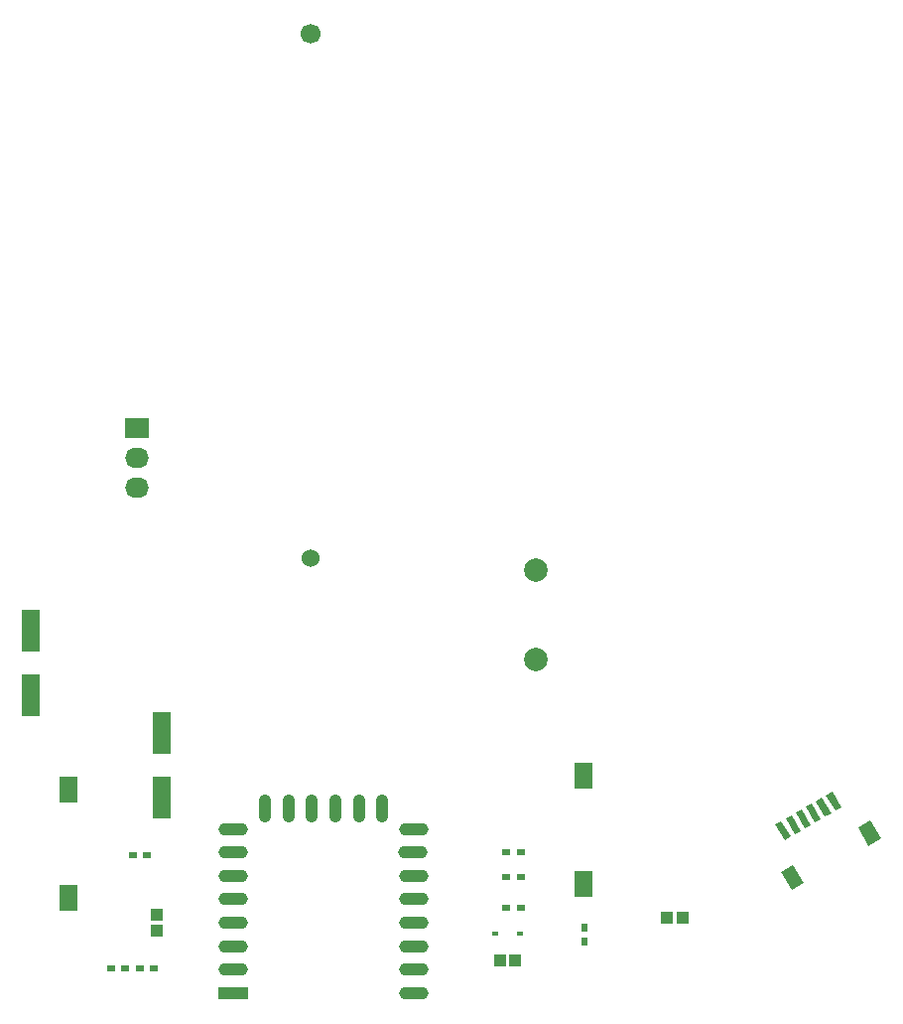
<source format=gbr>
G04 #@! TF.FileFunction,Soldermask,Bot*
%FSLAX46Y46*%
G04 Gerber Fmt 4.6, Leading zero omitted, Abs format (unit mm)*
G04 Created by KiCad (PCBNEW 4.0.4-stable) date 12/07/16 00:48:56*
%MOMM*%
%LPD*%
G01*
G04 APERTURE LIST*
%ADD10C,0.100000*%
%ADD11R,1.600200X3.599180*%
%ADD12R,0.700000X0.600000*%
%ADD13R,0.590000X0.450000*%
%ADD14R,1.000000X1.000000*%
%ADD15R,2.032000X1.727200*%
%ADD16O,2.032000X1.727200*%
%ADD17R,0.600000X0.700000*%
%ADD18R,1.600000X2.180000*%
%ADD19C,2.000000*%
%ADD20R,2.500000X1.100000*%
%ADD21O,2.500000X1.100000*%
%ADD22O,1.100000X2.400000*%
%ADD23C,1.700000*%
%ADD24C,1.524000*%
G04 APERTURE END LIST*
D10*
D11*
X191750000Y-159050820D03*
X191750000Y-153549180D03*
X180575000Y-150325820D03*
X180575000Y-144824180D03*
D12*
X191100000Y-173575000D03*
X189900000Y-173575000D03*
D13*
X222280000Y-170600000D03*
X220170000Y-170600000D03*
D14*
X236150000Y-169250000D03*
X234850000Y-169250000D03*
X220575000Y-172875000D03*
X221875000Y-172875000D03*
D15*
X189600000Y-127500000D03*
D16*
X189600000Y-130040000D03*
X189600000Y-132580000D03*
D10*
G36*
X248943622Y-158525906D02*
X249718622Y-159868246D01*
X249199006Y-160168246D01*
X248424006Y-158825906D01*
X248943622Y-158525906D01*
X248943622Y-158525906D01*
G37*
G36*
X248077596Y-159025906D02*
X248852596Y-160368246D01*
X248332980Y-160668246D01*
X247557980Y-159325906D01*
X248077596Y-159025906D01*
X248077596Y-159025906D01*
G37*
G36*
X247211571Y-159525906D02*
X247986571Y-160868246D01*
X247466955Y-161168246D01*
X246691955Y-159825906D01*
X247211571Y-159525906D01*
X247211571Y-159525906D01*
G37*
G36*
X246345545Y-160025906D02*
X247120545Y-161368246D01*
X246600929Y-161668246D01*
X245825929Y-160325906D01*
X246345545Y-160025906D01*
X246345545Y-160025906D01*
G37*
G36*
X245479520Y-160525906D02*
X246254520Y-161868246D01*
X245734904Y-162168246D01*
X244959904Y-160825906D01*
X245479520Y-160525906D01*
X245479520Y-160525906D01*
G37*
G36*
X244613494Y-161025906D02*
X245388494Y-162368246D01*
X244868878Y-162668246D01*
X244093878Y-161325906D01*
X244613494Y-161025906D01*
X244613494Y-161025906D01*
G37*
G36*
X252204262Y-160973501D02*
X253104262Y-162532347D01*
X252065032Y-163132347D01*
X251165032Y-161573501D01*
X252204262Y-160973501D01*
X252204262Y-160973501D01*
G37*
G36*
X245622468Y-164773501D02*
X246522468Y-166332347D01*
X245483238Y-166932347D01*
X244583238Y-165373501D01*
X245622468Y-164773501D01*
X245622468Y-164773501D01*
G37*
D12*
X189300000Y-163925000D03*
X190500000Y-163925000D03*
X221150000Y-165825000D03*
X222350000Y-165825000D03*
X221150000Y-163650000D03*
X222350000Y-163650000D03*
D17*
X227775000Y-171325000D03*
X227775000Y-170125000D03*
D12*
X187450000Y-173575000D03*
X188650000Y-173575000D03*
X222350000Y-168400000D03*
X221150000Y-168400000D03*
D18*
X227747680Y-157172570D03*
X227752320Y-166377430D03*
X183747680Y-158347570D03*
X183752320Y-167552430D03*
D19*
X223625000Y-139625160D03*
X223625000Y-147224840D03*
D20*
X197875000Y-175700000D03*
D21*
X197875000Y-173700000D03*
X197875000Y-171700000D03*
X197875000Y-169700000D03*
X197875000Y-167700000D03*
X197875000Y-165700000D03*
X197875000Y-163700000D03*
X197875000Y-161700000D03*
D22*
X200565000Y-159950000D03*
X202565000Y-159950000D03*
X204565000Y-159950000D03*
X206565000Y-159950000D03*
X208565000Y-159950000D03*
X210565000Y-159950000D03*
D21*
X213275000Y-161700000D03*
X213175000Y-163700000D03*
X213275000Y-165700000D03*
X213275000Y-167700000D03*
X213275000Y-169700000D03*
X213275000Y-171700000D03*
X213275000Y-173700000D03*
X213275000Y-175700000D03*
D14*
X191300000Y-170350000D03*
X191300000Y-169050000D03*
D23*
X204425000Y-93945000D03*
D24*
X204425000Y-138645000D03*
M02*

</source>
